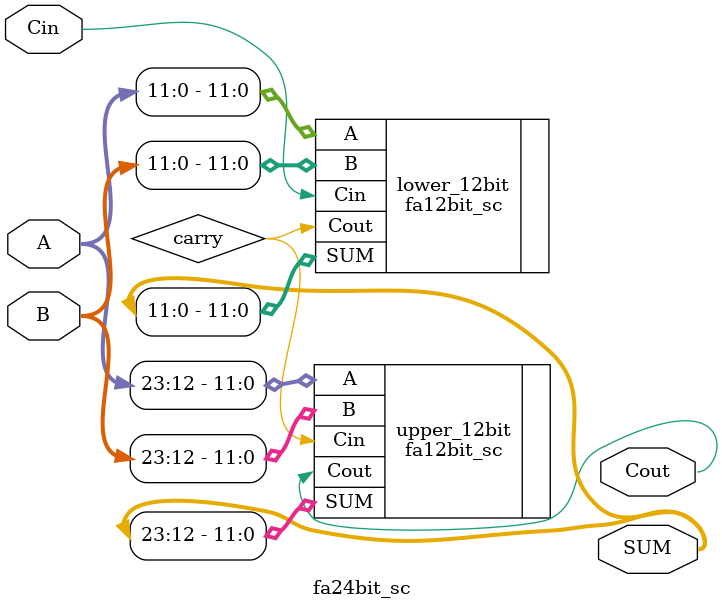
<source format=v>
`timescale 1ns / 1ps
module fa24bit_sc(
    input [23:0] A,      // 12-bit input A
    input [23:0] B,      // 12-bit input B
    input Cin,           // Carry-in
    output [23:0] SUM,   // 12-bit sum output
    output Cout          // Carry-out
);
    wire carry;

    // Lower 12 bits
    fa12bit_sc lower_12bit (
        .A(A[11:0]),
        .B(B[11:0]),
        .Cin(Cin),
        .SUM(SUM[11:0]),
        .Cout(carry)
    );

    // Upper 12 bits
    fa12bit_sc upper_12bit (
        .A(A[23:12]),
        .B(B[23:12]),
        .Cin(carry),
        .SUM(SUM[23:12]),
        .Cout(Cout)
    );

endmodule

</source>
